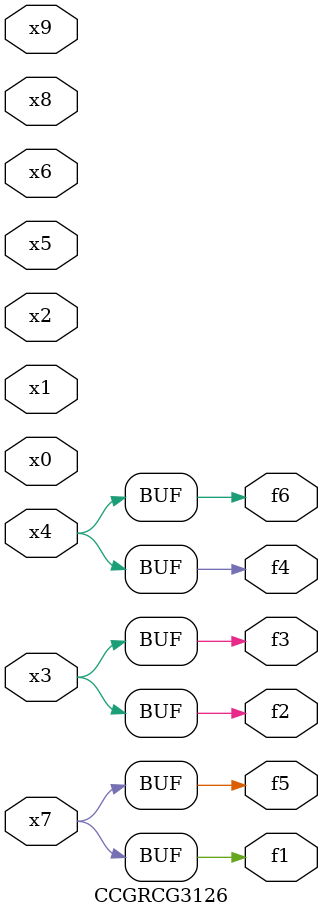
<source format=v>
module CCGRCG3126(
	input x0, x1, x2, x3, x4, x5, x6, x7, x8, x9,
	output f1, f2, f3, f4, f5, f6
);
	assign f1 = x7;
	assign f2 = x3;
	assign f3 = x3;
	assign f4 = x4;
	assign f5 = x7;
	assign f6 = x4;
endmodule

</source>
